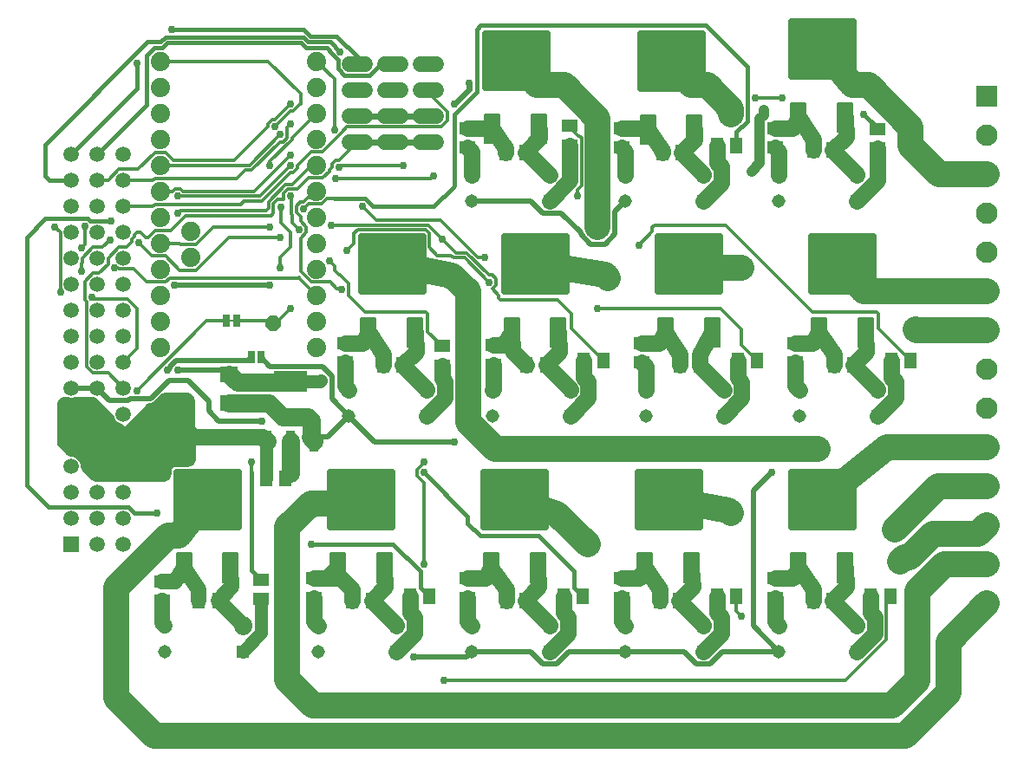
<source format=gbr>
G04 EAGLE Gerber RS-274X export*
G75*
%MOMM*%
%FSLAX34Y34*%
%LPD*%
%INTop Copper*%
%IPPOS*%
%AMOC8*
5,1,8,0,0,1.08239X$1,22.5*%
G01*
%ADD10R,1.508000X1.508000*%
%ADD11C,1.508000*%
%ADD12R,1.308000X1.308000*%
%ADD13C,1.308000*%
%ADD14R,1.500000X1.300000*%
%ADD15R,1.300000X1.500000*%
%ADD16R,0.950000X2.150000*%
%ADD17R,3.250000X2.150000*%
%ADD18R,1.800000X1.600000*%
%ADD19C,0.600000*%
%ADD20C,0.160000*%
%ADD21R,2.100000X2.100000*%
%ADD22C,2.100000*%
%ADD23P,1.649562X8X22.500000*%
%ADD24C,0.203200*%
%ADD25R,0.635000X1.270000*%
%ADD26C,1.524000*%
%ADD27C,1.879600*%
%ADD28C,1.500000*%
%ADD29C,1.800000*%
%ADD30C,1.270000*%
%ADD31C,1.600000*%
%ADD32C,0.756400*%
%ADD33C,1.016000*%
%ADD34C,0.609600*%
%ADD35C,0.508000*%
%ADD36C,0.304800*%
%ADD37C,0.406400*%
%ADD38C,2.540000*%
%ADD39C,0.254000*%

G36*
X145824Y271007D02*
X145824Y271007D01*
X145942Y271004D01*
X146223Y271027D01*
X146505Y271041D01*
X146621Y271058D01*
X146739Y271068D01*
X147016Y271118D01*
X147295Y271160D01*
X147410Y271189D01*
X147526Y271210D01*
X147797Y271288D01*
X148070Y271358D01*
X148181Y271399D01*
X148294Y271431D01*
X148556Y271536D01*
X148822Y271632D01*
X148928Y271684D01*
X149037Y271727D01*
X149288Y271858D01*
X149542Y271980D01*
X149642Y272042D01*
X149747Y272096D01*
X149983Y272251D01*
X150223Y272398D01*
X150317Y272470D01*
X150416Y272534D01*
X150635Y272712D01*
X150860Y272882D01*
X150946Y272963D01*
X151038Y273037D01*
X151239Y273235D01*
X151445Y273428D01*
X151523Y273516D01*
X151607Y273599D01*
X151786Y273816D01*
X151973Y274028D01*
X152041Y274125D01*
X152116Y274215D01*
X152274Y274449D01*
X152438Y274679D01*
X152496Y274781D01*
X152562Y274879D01*
X152695Y275128D01*
X152836Y275373D01*
X152884Y275480D01*
X152939Y275584D01*
X153047Y275845D01*
X153162Y276103D01*
X153199Y276214D01*
X153244Y276324D01*
X153325Y276594D01*
X153414Y276862D01*
X153440Y276977D01*
X153474Y277090D01*
X153527Y277367D01*
X153589Y277642D01*
X153603Y277759D01*
X153626Y277875D01*
X153637Y278041D01*
X153685Y278436D01*
X153694Y278834D01*
X153705Y279000D01*
X153705Y281950D01*
X154394Y283613D01*
X155667Y284886D01*
X157330Y285575D01*
X169711Y285575D01*
X169908Y285585D01*
X170105Y285584D01*
X170307Y285605D01*
X170510Y285615D01*
X170704Y285644D01*
X170901Y285664D01*
X171100Y285704D01*
X171300Y285734D01*
X171491Y285783D01*
X171685Y285822D01*
X171878Y285882D01*
X172075Y285932D01*
X172260Y286000D01*
X172449Y286058D01*
X172636Y286137D01*
X172826Y286206D01*
X173004Y286292D01*
X173186Y286369D01*
X173364Y286466D01*
X173546Y286554D01*
X173714Y286657D01*
X173888Y286752D01*
X174055Y286866D01*
X174228Y286972D01*
X174385Y287092D01*
X174548Y287203D01*
X174703Y287334D01*
X174865Y287456D01*
X175009Y287591D01*
X175160Y287718D01*
X175301Y287863D01*
X175450Y288002D01*
X175580Y288150D01*
X175717Y288291D01*
X175844Y288450D01*
X175978Y288602D01*
X176092Y288763D01*
X176215Y288917D01*
X176325Y289088D01*
X176443Y289253D01*
X176541Y289424D01*
X176647Y289590D01*
X176740Y289771D01*
X176840Y289947D01*
X176921Y290127D01*
X177011Y290302D01*
X177084Y290492D01*
X177167Y290677D01*
X177229Y290864D01*
X177301Y291048D01*
X177355Y291243D01*
X177419Y291436D01*
X177462Y291628D01*
X177515Y291818D01*
X177550Y292018D01*
X177594Y292216D01*
X177618Y292412D01*
X177651Y292606D01*
X177659Y292749D01*
X177690Y293010D01*
X177703Y293617D01*
X177709Y293733D01*
X176589Y350159D01*
X176587Y350197D01*
X176587Y350236D01*
X176559Y350595D01*
X176533Y350956D01*
X176527Y350994D01*
X176524Y351033D01*
X176459Y351388D01*
X176398Y351745D01*
X176388Y351782D01*
X176381Y351820D01*
X176281Y352167D01*
X176185Y352515D01*
X176171Y352551D01*
X176161Y352588D01*
X176027Y352924D01*
X175896Y353261D01*
X175879Y353295D01*
X175864Y353331D01*
X175697Y353653D01*
X175534Y353974D01*
X175513Y354006D01*
X175495Y354041D01*
X175297Y354344D01*
X175102Y354647D01*
X175079Y354677D01*
X175057Y354710D01*
X174830Y354991D01*
X174606Y355274D01*
X174579Y355302D01*
X174555Y355332D01*
X174301Y355589D01*
X174049Y355848D01*
X174020Y355873D01*
X173993Y355901D01*
X173714Y356131D01*
X173438Y356364D01*
X173406Y356386D01*
X173376Y356410D01*
X173075Y356613D01*
X172778Y356816D01*
X172745Y356835D01*
X172713Y356856D01*
X172393Y357027D01*
X172077Y357200D01*
X172041Y357215D01*
X172007Y357233D01*
X171672Y357372D01*
X171340Y357512D01*
X171304Y357523D01*
X171268Y357538D01*
X170921Y357642D01*
X170577Y357749D01*
X170539Y357757D01*
X170502Y357768D01*
X170147Y357836D01*
X169793Y357909D01*
X169755Y357912D01*
X169717Y357920D01*
X169602Y357928D01*
X168997Y357989D01*
X168734Y357989D01*
X168592Y357999D01*
X148157Y357999D01*
X147980Y357990D01*
X147804Y357991D01*
X147582Y357970D01*
X147358Y357959D01*
X147183Y357933D01*
X147008Y357916D01*
X146788Y357873D01*
X146568Y357840D01*
X146397Y357796D01*
X146223Y357762D01*
X146009Y357697D01*
X145793Y357642D01*
X145627Y357581D01*
X145458Y357530D01*
X145251Y357444D01*
X145041Y357368D01*
X144883Y357291D01*
X144719Y357223D01*
X144522Y357117D01*
X144321Y357020D01*
X144171Y356927D01*
X144015Y356844D01*
X143830Y356719D01*
X143640Y356602D01*
X143499Y356495D01*
X143353Y356396D01*
X143238Y356296D01*
X143003Y356118D01*
X142608Y355749D01*
X142501Y355656D01*
X137821Y350977D01*
X137821Y350976D01*
X135552Y348708D01*
X134054Y348087D01*
X133913Y348080D01*
X133737Y348081D01*
X133515Y348060D01*
X133291Y348049D01*
X133116Y348023D01*
X132941Y348006D01*
X132721Y347963D01*
X132501Y347930D01*
X132330Y347886D01*
X132156Y347852D01*
X131942Y347787D01*
X131726Y347732D01*
X131560Y347671D01*
X131391Y347620D01*
X131184Y347534D01*
X130975Y347458D01*
X130816Y347381D01*
X130652Y347313D01*
X130455Y347207D01*
X130254Y347110D01*
X130104Y347017D01*
X129948Y346934D01*
X129763Y346809D01*
X129573Y346692D01*
X129432Y346585D01*
X129286Y346486D01*
X129171Y346386D01*
X128936Y346208D01*
X128541Y345839D01*
X128434Y345746D01*
X108000Y325313D01*
X106771Y326541D01*
X106619Y326679D01*
X106473Y326825D01*
X106322Y326948D01*
X106178Y327078D01*
X106013Y327200D01*
X105853Y327330D01*
X105691Y327437D01*
X105535Y327552D01*
X105357Y327658D01*
X105185Y327771D01*
X105062Y327833D01*
X104847Y327960D01*
X104263Y328232D01*
X104176Y328275D01*
X101665Y329315D01*
X99115Y331865D01*
X98075Y334376D01*
X97987Y334562D01*
X97908Y334753D01*
X97816Y334924D01*
X97733Y335099D01*
X97626Y335275D01*
X97528Y335457D01*
X97420Y335618D01*
X97320Y335784D01*
X97196Y335949D01*
X97081Y336120D01*
X96990Y336224D01*
X96840Y336424D01*
X96405Y336898D01*
X96341Y336971D01*
X81656Y351656D01*
X81525Y351775D01*
X81401Y351901D01*
X81229Y352043D01*
X81063Y352193D01*
X80921Y352298D01*
X80785Y352410D01*
X80600Y352535D01*
X80420Y352667D01*
X80268Y352758D01*
X80121Y352856D01*
X79924Y352962D01*
X79732Y353075D01*
X79572Y353150D01*
X79416Y353233D01*
X79209Y353318D01*
X79007Y353413D01*
X78840Y353471D01*
X78676Y353538D01*
X78462Y353602D01*
X78252Y353676D01*
X78080Y353717D01*
X77910Y353768D01*
X77691Y353810D01*
X77474Y353862D01*
X77299Y353886D01*
X77125Y353920D01*
X76973Y353930D01*
X76681Y353970D01*
X76142Y353989D01*
X76000Y353999D01*
X60997Y353999D01*
X60791Y353989D01*
X60585Y353989D01*
X60392Y353969D01*
X60198Y353959D01*
X59994Y353928D01*
X59789Y353908D01*
X59600Y353869D01*
X59408Y353840D01*
X59208Y353789D01*
X59006Y353747D01*
X58874Y353704D01*
X58633Y353642D01*
X58029Y353421D01*
X57936Y353390D01*
X57803Y353335D01*
X54197Y353335D01*
X54064Y353390D01*
X53870Y353460D01*
X53679Y353538D01*
X53493Y353594D01*
X53311Y353659D01*
X53111Y353709D01*
X52913Y353768D01*
X52723Y353805D01*
X52535Y353851D01*
X52330Y353881D01*
X52128Y353920D01*
X51990Y353930D01*
X51743Y353965D01*
X51100Y353992D01*
X51003Y353999D01*
X50000Y353999D01*
X49882Y353993D01*
X49765Y353996D01*
X49483Y353973D01*
X49201Y353959D01*
X49085Y353942D01*
X48967Y353932D01*
X48690Y353882D01*
X48411Y353840D01*
X48296Y353811D01*
X48180Y353790D01*
X47909Y353712D01*
X47636Y353642D01*
X47525Y353601D01*
X47412Y353569D01*
X47150Y353464D01*
X46885Y353368D01*
X46779Y353316D01*
X46669Y353273D01*
X46418Y353142D01*
X46164Y353020D01*
X46064Y352958D01*
X45959Y352904D01*
X45723Y352749D01*
X45483Y352602D01*
X45389Y352530D01*
X45290Y352466D01*
X45071Y352288D01*
X44846Y352118D01*
X44760Y352037D01*
X44668Y351963D01*
X44467Y351765D01*
X44261Y351572D01*
X44183Y351484D01*
X44099Y351401D01*
X43920Y351184D01*
X43733Y350972D01*
X43665Y350876D01*
X43590Y350785D01*
X43432Y350551D01*
X43268Y350321D01*
X43210Y350219D01*
X43144Y350121D01*
X43011Y349872D01*
X42870Y349627D01*
X42822Y349520D01*
X42767Y349416D01*
X42659Y349155D01*
X42544Y348897D01*
X42507Y348786D01*
X42462Y348676D01*
X42381Y348406D01*
X42292Y348138D01*
X42266Y348023D01*
X42232Y347910D01*
X42179Y347633D01*
X42117Y347358D01*
X42103Y347241D01*
X42080Y347125D01*
X42069Y346959D01*
X42021Y346564D01*
X42012Y346166D01*
X42001Y346000D01*
X42001Y310000D01*
X42010Y309823D01*
X42009Y309647D01*
X42030Y309425D01*
X42041Y309201D01*
X42067Y309026D01*
X42084Y308851D01*
X42127Y308631D01*
X42160Y308411D01*
X42204Y308239D01*
X42238Y308066D01*
X42303Y307852D01*
X42358Y307636D01*
X42419Y307470D01*
X42470Y307301D01*
X42556Y307094D01*
X42632Y306885D01*
X42709Y306726D01*
X42777Y306562D01*
X42883Y306365D01*
X42980Y306164D01*
X43073Y306014D01*
X43156Y305858D01*
X43282Y305673D01*
X43398Y305483D01*
X43505Y305342D01*
X43604Y305196D01*
X43704Y305080D01*
X43882Y304846D01*
X44250Y304451D01*
X44344Y304344D01*
X51080Y297608D01*
X51211Y297489D01*
X51335Y297363D01*
X51507Y297221D01*
X51673Y297071D01*
X51815Y296966D01*
X51951Y296854D01*
X52136Y296729D01*
X52316Y296597D01*
X52468Y296506D01*
X52615Y296408D01*
X52812Y296303D01*
X53004Y296189D01*
X53164Y296114D01*
X53320Y296031D01*
X53527Y295945D01*
X53729Y295851D01*
X53896Y295793D01*
X54060Y295726D01*
X54274Y295662D01*
X54484Y295588D01*
X54656Y295547D01*
X54826Y295496D01*
X55045Y295454D01*
X55262Y295402D01*
X55437Y295378D01*
X55611Y295344D01*
X55763Y295333D01*
X56055Y295294D01*
X56594Y295275D01*
X56736Y295265D01*
X57803Y295265D01*
X61135Y293885D01*
X63685Y291335D01*
X65065Y288003D01*
X65065Y286936D01*
X65070Y286837D01*
X65068Y286764D01*
X65073Y286701D01*
X65073Y286583D01*
X65094Y286361D01*
X65105Y286137D01*
X65131Y285963D01*
X65148Y285787D01*
X65191Y285568D01*
X65224Y285347D01*
X65268Y285175D01*
X65302Y285002D01*
X65367Y284788D01*
X65422Y284572D01*
X65483Y284406D01*
X65534Y284237D01*
X65620Y284030D01*
X65696Y283821D01*
X65773Y283661D01*
X65841Y283498D01*
X65947Y283302D01*
X66044Y283100D01*
X66137Y282950D01*
X66220Y282794D01*
X66345Y282609D01*
X66462Y282419D01*
X66569Y282278D01*
X66668Y282132D01*
X66768Y282017D01*
X66946Y281782D01*
X67314Y281387D01*
X67408Y281280D01*
X75344Y273344D01*
X75475Y273225D01*
X75599Y273099D01*
X75771Y272957D01*
X75937Y272807D01*
X76079Y272702D01*
X76215Y272590D01*
X76400Y272465D01*
X76580Y272333D01*
X76733Y272242D01*
X76879Y272144D01*
X77076Y272039D01*
X77268Y271925D01*
X77429Y271850D01*
X77584Y271767D01*
X77791Y271682D01*
X77993Y271587D01*
X78160Y271529D01*
X78324Y271462D01*
X78538Y271398D01*
X78749Y271324D01*
X78920Y271283D01*
X79090Y271232D01*
X79309Y271190D01*
X79526Y271138D01*
X79701Y271114D01*
X79875Y271080D01*
X80027Y271070D01*
X80319Y271030D01*
X80858Y271011D01*
X81000Y271001D01*
X145706Y271001D01*
X145824Y271007D01*
G37*
D10*
X56000Y210000D03*
D11*
X56000Y235400D03*
X56000Y260800D03*
X56000Y286200D03*
X56000Y311600D03*
X56000Y337000D03*
X56000Y362400D03*
X56000Y387800D03*
X56000Y413200D03*
X56000Y438600D03*
X56000Y464000D03*
X56000Y489400D03*
X56000Y514800D03*
X56000Y540200D03*
X56000Y565600D03*
X56000Y591000D03*
X81400Y210000D03*
X81400Y235400D03*
X81400Y260800D03*
X81400Y286200D03*
X81400Y311600D03*
X81400Y337000D03*
X81400Y362400D03*
X81400Y387800D03*
X81400Y413200D03*
X81400Y438600D03*
X81400Y464000D03*
X81400Y489400D03*
X81400Y514800D03*
X81400Y540200D03*
X81400Y565600D03*
X81400Y591000D03*
X106800Y210000D03*
X106800Y235400D03*
X106800Y260800D03*
X106800Y286200D03*
X106800Y311600D03*
X106800Y337000D03*
X106800Y362400D03*
X106800Y387800D03*
X106800Y413200D03*
X106800Y438600D03*
X106800Y464000D03*
X106800Y489400D03*
X106800Y514800D03*
X106800Y540200D03*
X106800Y565600D03*
X106800Y591000D03*
D12*
X223100Y105300D03*
D13*
X146900Y105300D03*
X223100Y130700D03*
X146900Y130700D03*
D14*
X145000Y154500D03*
X145000Y173500D03*
D15*
X199500Y155000D03*
X180500Y155000D03*
D14*
X241000Y175500D03*
X241000Y156500D03*
D16*
X247000Y311000D03*
X270000Y311000D03*
X293000Y311000D03*
D17*
X270000Y369000D03*
D18*
X210000Y348000D03*
X210000Y376000D03*
D15*
X245900Y274300D03*
X264900Y274300D03*
D19*
X219230Y227050D02*
X158230Y227050D01*
X158230Y281050D01*
X219230Y281050D01*
X219230Y227050D01*
X219230Y232750D02*
X158230Y232750D01*
X158230Y238450D02*
X219230Y238450D01*
X219230Y244150D02*
X158230Y244150D01*
X158230Y249850D02*
X219230Y249850D01*
X219230Y255550D02*
X158230Y255550D01*
X158230Y261250D02*
X219230Y261250D01*
X219230Y266950D02*
X158230Y266950D01*
X158230Y272650D02*
X219230Y272650D01*
X219230Y278350D02*
X158230Y278350D01*
D20*
X158730Y172850D02*
X173130Y172850D01*
X158730Y172850D02*
X158730Y201250D01*
X173130Y201250D01*
X173130Y172850D01*
X173130Y174370D02*
X158730Y174370D01*
X158730Y175890D02*
X173130Y175890D01*
X173130Y177410D02*
X158730Y177410D01*
X158730Y178930D02*
X173130Y178930D01*
X173130Y180450D02*
X158730Y180450D01*
X158730Y181970D02*
X173130Y181970D01*
X173130Y183490D02*
X158730Y183490D01*
X158730Y185010D02*
X173130Y185010D01*
X173130Y186530D02*
X158730Y186530D01*
X158730Y188050D02*
X173130Y188050D01*
X173130Y189570D02*
X158730Y189570D01*
X158730Y191090D02*
X173130Y191090D01*
X173130Y192610D02*
X158730Y192610D01*
X158730Y194130D02*
X173130Y194130D01*
X173130Y195650D02*
X158730Y195650D01*
X158730Y197170D02*
X173130Y197170D01*
X173130Y198690D02*
X158730Y198690D01*
X158730Y200210D02*
X173130Y200210D01*
X204330Y172850D02*
X218730Y172850D01*
X204330Y172850D02*
X204330Y201250D01*
X218730Y201250D01*
X218730Y172850D01*
X218730Y174370D02*
X204330Y174370D01*
X204330Y175890D02*
X218730Y175890D01*
X218730Y177410D02*
X204330Y177410D01*
X204330Y178930D02*
X218730Y178930D01*
X218730Y180450D02*
X204330Y180450D01*
X204330Y181970D02*
X218730Y181970D01*
X218730Y183490D02*
X204330Y183490D01*
X204330Y185010D02*
X218730Y185010D01*
X218730Y186530D02*
X204330Y186530D01*
X204330Y188050D02*
X218730Y188050D01*
X218730Y189570D02*
X204330Y189570D01*
X204330Y191090D02*
X218730Y191090D01*
X218730Y192610D02*
X204330Y192610D01*
X204330Y194130D02*
X218730Y194130D01*
X218730Y195650D02*
X204330Y195650D01*
X204330Y197170D02*
X218730Y197170D01*
X218730Y198690D02*
X204330Y198690D01*
X204330Y200210D02*
X218730Y200210D01*
D21*
X950000Y647650D03*
D22*
X950000Y609550D03*
X950000Y571450D03*
X950000Y533350D03*
X950000Y495250D03*
X950000Y457150D03*
X950000Y419050D03*
X950000Y380950D03*
X950000Y342850D03*
X950000Y304750D03*
X950000Y266650D03*
X950000Y228550D03*
X950000Y190450D03*
X950000Y152350D03*
D12*
X373100Y105300D03*
D13*
X296900Y105300D03*
X373100Y130700D03*
X296900Y130700D03*
D14*
X293000Y157500D03*
X293000Y176500D03*
D15*
X349500Y155000D03*
X330500Y155000D03*
X405500Y159000D03*
X386500Y159000D03*
D19*
X369230Y227050D02*
X308230Y227050D01*
X308230Y281050D01*
X369230Y281050D01*
X369230Y227050D01*
X369230Y232750D02*
X308230Y232750D01*
X308230Y238450D02*
X369230Y238450D01*
X369230Y244150D02*
X308230Y244150D01*
X308230Y249850D02*
X369230Y249850D01*
X369230Y255550D02*
X308230Y255550D01*
X308230Y261250D02*
X369230Y261250D01*
X369230Y266950D02*
X308230Y266950D01*
X308230Y272650D02*
X369230Y272650D01*
X369230Y278350D02*
X308230Y278350D01*
D20*
X308730Y172850D02*
X323130Y172850D01*
X308730Y172850D02*
X308730Y201250D01*
X323130Y201250D01*
X323130Y172850D01*
X323130Y174370D02*
X308730Y174370D01*
X308730Y175890D02*
X323130Y175890D01*
X323130Y177410D02*
X308730Y177410D01*
X308730Y178930D02*
X323130Y178930D01*
X323130Y180450D02*
X308730Y180450D01*
X308730Y181970D02*
X323130Y181970D01*
X323130Y183490D02*
X308730Y183490D01*
X308730Y185010D02*
X323130Y185010D01*
X323130Y186530D02*
X308730Y186530D01*
X308730Y188050D02*
X323130Y188050D01*
X323130Y189570D02*
X308730Y189570D01*
X308730Y191090D02*
X323130Y191090D01*
X323130Y192610D02*
X308730Y192610D01*
X308730Y194130D02*
X323130Y194130D01*
X323130Y195650D02*
X308730Y195650D01*
X308730Y197170D02*
X323130Y197170D01*
X323130Y198690D02*
X308730Y198690D01*
X308730Y200210D02*
X323130Y200210D01*
X354330Y172850D02*
X368730Y172850D01*
X354330Y172850D02*
X354330Y201250D01*
X368730Y201250D01*
X368730Y172850D01*
X368730Y174370D02*
X354330Y174370D01*
X354330Y175890D02*
X368730Y175890D01*
X368730Y177410D02*
X354330Y177410D01*
X354330Y178930D02*
X368730Y178930D01*
X368730Y180450D02*
X354330Y180450D01*
X354330Y181970D02*
X368730Y181970D01*
X368730Y183490D02*
X354330Y183490D01*
X354330Y185010D02*
X368730Y185010D01*
X368730Y186530D02*
X354330Y186530D01*
X354330Y188050D02*
X368730Y188050D01*
X368730Y189570D02*
X354330Y189570D01*
X354330Y191090D02*
X368730Y191090D01*
X368730Y192610D02*
X354330Y192610D01*
X354330Y194130D02*
X368730Y194130D01*
X368730Y195650D02*
X354330Y195650D01*
X354330Y197170D02*
X368730Y197170D01*
X368730Y198690D02*
X354330Y198690D01*
X354330Y200210D02*
X368730Y200210D01*
D12*
X523100Y105300D03*
D13*
X446900Y105300D03*
X523100Y130700D03*
X446900Y130700D03*
D14*
X443000Y157500D03*
X443000Y176500D03*
D15*
X499500Y155000D03*
X480500Y155000D03*
X555500Y159000D03*
X536500Y159000D03*
D19*
X519230Y227050D02*
X458230Y227050D01*
X458230Y281050D01*
X519230Y281050D01*
X519230Y227050D01*
X519230Y232750D02*
X458230Y232750D01*
X458230Y238450D02*
X519230Y238450D01*
X519230Y244150D02*
X458230Y244150D01*
X458230Y249850D02*
X519230Y249850D01*
X519230Y255550D02*
X458230Y255550D01*
X458230Y261250D02*
X519230Y261250D01*
X519230Y266950D02*
X458230Y266950D01*
X458230Y272650D02*
X519230Y272650D01*
X519230Y278350D02*
X458230Y278350D01*
D20*
X458730Y172850D02*
X473130Y172850D01*
X458730Y172850D02*
X458730Y201250D01*
X473130Y201250D01*
X473130Y172850D01*
X473130Y174370D02*
X458730Y174370D01*
X458730Y175890D02*
X473130Y175890D01*
X473130Y177410D02*
X458730Y177410D01*
X458730Y178930D02*
X473130Y178930D01*
X473130Y180450D02*
X458730Y180450D01*
X458730Y181970D02*
X473130Y181970D01*
X473130Y183490D02*
X458730Y183490D01*
X458730Y185010D02*
X473130Y185010D01*
X473130Y186530D02*
X458730Y186530D01*
X458730Y188050D02*
X473130Y188050D01*
X473130Y189570D02*
X458730Y189570D01*
X458730Y191090D02*
X473130Y191090D01*
X473130Y192610D02*
X458730Y192610D01*
X458730Y194130D02*
X473130Y194130D01*
X473130Y195650D02*
X458730Y195650D01*
X458730Y197170D02*
X473130Y197170D01*
X473130Y198690D02*
X458730Y198690D01*
X458730Y200210D02*
X473130Y200210D01*
X504330Y172850D02*
X518730Y172850D01*
X504330Y172850D02*
X504330Y201250D01*
X518730Y201250D01*
X518730Y172850D01*
X518730Y174370D02*
X504330Y174370D01*
X504330Y175890D02*
X518730Y175890D01*
X518730Y177410D02*
X504330Y177410D01*
X504330Y178930D02*
X518730Y178930D01*
X518730Y180450D02*
X504330Y180450D01*
X504330Y181970D02*
X518730Y181970D01*
X518730Y183490D02*
X504330Y183490D01*
X504330Y185010D02*
X518730Y185010D01*
X518730Y186530D02*
X504330Y186530D01*
X504330Y188050D02*
X518730Y188050D01*
X518730Y189570D02*
X504330Y189570D01*
X504330Y191090D02*
X518730Y191090D01*
X518730Y192610D02*
X504330Y192610D01*
X504330Y194130D02*
X518730Y194130D01*
X518730Y195650D02*
X504330Y195650D01*
X504330Y197170D02*
X518730Y197170D01*
X518730Y198690D02*
X504330Y198690D01*
X504330Y200210D02*
X518730Y200210D01*
D12*
X673100Y105300D03*
D13*
X596900Y105300D03*
X673100Y130700D03*
X596900Y130700D03*
D14*
X593000Y157500D03*
X593000Y176500D03*
D15*
X649500Y155000D03*
X630500Y155000D03*
X705500Y159000D03*
X686500Y159000D03*
D19*
X669230Y227050D02*
X608230Y227050D01*
X608230Y281050D01*
X669230Y281050D01*
X669230Y227050D01*
X669230Y232750D02*
X608230Y232750D01*
X608230Y238450D02*
X669230Y238450D01*
X669230Y244150D02*
X608230Y244150D01*
X608230Y249850D02*
X669230Y249850D01*
X669230Y255550D02*
X608230Y255550D01*
X608230Y261250D02*
X669230Y261250D01*
X669230Y266950D02*
X608230Y266950D01*
X608230Y272650D02*
X669230Y272650D01*
X669230Y278350D02*
X608230Y278350D01*
D20*
X608730Y172850D02*
X623130Y172850D01*
X608730Y172850D02*
X608730Y201250D01*
X623130Y201250D01*
X623130Y172850D01*
X623130Y174370D02*
X608730Y174370D01*
X608730Y175890D02*
X623130Y175890D01*
X623130Y177410D02*
X608730Y177410D01*
X608730Y178930D02*
X623130Y178930D01*
X623130Y180450D02*
X608730Y180450D01*
X608730Y181970D02*
X623130Y181970D01*
X623130Y183490D02*
X608730Y183490D01*
X608730Y185010D02*
X623130Y185010D01*
X623130Y186530D02*
X608730Y186530D01*
X608730Y188050D02*
X623130Y188050D01*
X623130Y189570D02*
X608730Y189570D01*
X608730Y191090D02*
X623130Y191090D01*
X623130Y192610D02*
X608730Y192610D01*
X608730Y194130D02*
X623130Y194130D01*
X623130Y195650D02*
X608730Y195650D01*
X608730Y197170D02*
X623130Y197170D01*
X623130Y198690D02*
X608730Y198690D01*
X608730Y200210D02*
X623130Y200210D01*
X654330Y172850D02*
X668730Y172850D01*
X654330Y172850D02*
X654330Y201250D01*
X668730Y201250D01*
X668730Y172850D01*
X668730Y174370D02*
X654330Y174370D01*
X654330Y175890D02*
X668730Y175890D01*
X668730Y177410D02*
X654330Y177410D01*
X654330Y178930D02*
X668730Y178930D01*
X668730Y180450D02*
X654330Y180450D01*
X654330Y181970D02*
X668730Y181970D01*
X668730Y183490D02*
X654330Y183490D01*
X654330Y185010D02*
X668730Y185010D01*
X668730Y186530D02*
X654330Y186530D01*
X654330Y188050D02*
X668730Y188050D01*
X668730Y189570D02*
X654330Y189570D01*
X654330Y191090D02*
X668730Y191090D01*
X668730Y192610D02*
X654330Y192610D01*
X654330Y194130D02*
X668730Y194130D01*
X668730Y195650D02*
X654330Y195650D01*
X654330Y197170D02*
X668730Y197170D01*
X668730Y198690D02*
X654330Y198690D01*
X654330Y200210D02*
X668730Y200210D01*
D12*
X823100Y105300D03*
D13*
X746900Y105300D03*
X823100Y130700D03*
X746900Y130700D03*
D14*
X743000Y157500D03*
X743000Y176500D03*
D15*
X799500Y155000D03*
X780500Y155000D03*
X855500Y159000D03*
X836500Y159000D03*
D19*
X819230Y227050D02*
X758230Y227050D01*
X758230Y281050D01*
X819230Y281050D01*
X819230Y227050D01*
X819230Y232750D02*
X758230Y232750D01*
X758230Y238450D02*
X819230Y238450D01*
X819230Y244150D02*
X758230Y244150D01*
X758230Y249850D02*
X819230Y249850D01*
X819230Y255550D02*
X758230Y255550D01*
X758230Y261250D02*
X819230Y261250D01*
X819230Y266950D02*
X758230Y266950D01*
X758230Y272650D02*
X819230Y272650D01*
X819230Y278350D02*
X758230Y278350D01*
D20*
X758730Y172850D02*
X773130Y172850D01*
X758730Y172850D02*
X758730Y201250D01*
X773130Y201250D01*
X773130Y172850D01*
X773130Y174370D02*
X758730Y174370D01*
X758730Y175890D02*
X773130Y175890D01*
X773130Y177410D02*
X758730Y177410D01*
X758730Y178930D02*
X773130Y178930D01*
X773130Y180450D02*
X758730Y180450D01*
X758730Y181970D02*
X773130Y181970D01*
X773130Y183490D02*
X758730Y183490D01*
X758730Y185010D02*
X773130Y185010D01*
X773130Y186530D02*
X758730Y186530D01*
X758730Y188050D02*
X773130Y188050D01*
X773130Y189570D02*
X758730Y189570D01*
X758730Y191090D02*
X773130Y191090D01*
X773130Y192610D02*
X758730Y192610D01*
X758730Y194130D02*
X773130Y194130D01*
X773130Y195650D02*
X758730Y195650D01*
X758730Y197170D02*
X773130Y197170D01*
X773130Y198690D02*
X758730Y198690D01*
X758730Y200210D02*
X773130Y200210D01*
X804330Y172850D02*
X818730Y172850D01*
X804330Y172850D02*
X804330Y201250D01*
X818730Y201250D01*
X818730Y172850D01*
X818730Y174370D02*
X804330Y174370D01*
X804330Y175890D02*
X818730Y175890D01*
X818730Y177410D02*
X804330Y177410D01*
X804330Y178930D02*
X818730Y178930D01*
X818730Y180450D02*
X804330Y180450D01*
X804330Y181970D02*
X818730Y181970D01*
X818730Y183490D02*
X804330Y183490D01*
X804330Y185010D02*
X818730Y185010D01*
X818730Y186530D02*
X804330Y186530D01*
X804330Y188050D02*
X818730Y188050D01*
X818730Y189570D02*
X804330Y189570D01*
X804330Y191090D02*
X818730Y191090D01*
X818730Y192610D02*
X804330Y192610D01*
X804330Y194130D02*
X818730Y194130D01*
X818730Y195650D02*
X804330Y195650D01*
X804330Y197170D02*
X818730Y197170D01*
X818730Y198690D02*
X804330Y198690D01*
X804330Y200210D02*
X818730Y200210D01*
D12*
X403100Y335300D03*
D13*
X326900Y335300D03*
X403100Y360700D03*
X326900Y360700D03*
D14*
X323000Y387500D03*
X323000Y406500D03*
D15*
X379500Y385000D03*
X360500Y385000D03*
D14*
X418000Y403500D03*
X418000Y384500D03*
D19*
X399230Y457050D02*
X338230Y457050D01*
X338230Y511050D01*
X399230Y511050D01*
X399230Y457050D01*
X399230Y462750D02*
X338230Y462750D01*
X338230Y468450D02*
X399230Y468450D01*
X399230Y474150D02*
X338230Y474150D01*
X338230Y479850D02*
X399230Y479850D01*
X399230Y485550D02*
X338230Y485550D01*
X338230Y491250D02*
X399230Y491250D01*
X399230Y496950D02*
X338230Y496950D01*
X338230Y502650D02*
X399230Y502650D01*
X399230Y508350D02*
X338230Y508350D01*
D20*
X338730Y402850D02*
X353130Y402850D01*
X338730Y402850D02*
X338730Y431250D01*
X353130Y431250D01*
X353130Y402850D01*
X353130Y404370D02*
X338730Y404370D01*
X338730Y405890D02*
X353130Y405890D01*
X353130Y407410D02*
X338730Y407410D01*
X338730Y408930D02*
X353130Y408930D01*
X353130Y410450D02*
X338730Y410450D01*
X338730Y411970D02*
X353130Y411970D01*
X353130Y413490D02*
X338730Y413490D01*
X338730Y415010D02*
X353130Y415010D01*
X353130Y416530D02*
X338730Y416530D01*
X338730Y418050D02*
X353130Y418050D01*
X353130Y419570D02*
X338730Y419570D01*
X338730Y421090D02*
X353130Y421090D01*
X353130Y422610D02*
X338730Y422610D01*
X338730Y424130D02*
X353130Y424130D01*
X353130Y425650D02*
X338730Y425650D01*
X338730Y427170D02*
X353130Y427170D01*
X353130Y428690D02*
X338730Y428690D01*
X338730Y430210D02*
X353130Y430210D01*
X384330Y402850D02*
X398730Y402850D01*
X384330Y402850D02*
X384330Y431250D01*
X398730Y431250D01*
X398730Y402850D01*
X398730Y404370D02*
X384330Y404370D01*
X384330Y405890D02*
X398730Y405890D01*
X398730Y407410D02*
X384330Y407410D01*
X384330Y408930D02*
X398730Y408930D01*
X398730Y410450D02*
X384330Y410450D01*
X384330Y411970D02*
X398730Y411970D01*
X398730Y413490D02*
X384330Y413490D01*
X384330Y415010D02*
X398730Y415010D01*
X398730Y416530D02*
X384330Y416530D01*
X384330Y418050D02*
X398730Y418050D01*
X398730Y419570D02*
X384330Y419570D01*
X384330Y421090D02*
X398730Y421090D01*
X398730Y422610D02*
X384330Y422610D01*
X384330Y424130D02*
X398730Y424130D01*
X398730Y425650D02*
X384330Y425650D01*
X384330Y427170D02*
X398730Y427170D01*
X398730Y428690D02*
X384330Y428690D01*
X384330Y430210D02*
X398730Y430210D01*
D12*
X543100Y335300D03*
D13*
X466900Y335300D03*
X543100Y360700D03*
X466900Y360700D03*
D14*
X468000Y385500D03*
X468000Y404500D03*
D15*
X519500Y385000D03*
X500500Y385000D03*
X575500Y389000D03*
X556500Y389000D03*
D19*
X539230Y457050D02*
X478230Y457050D01*
X478230Y511050D01*
X539230Y511050D01*
X539230Y457050D01*
X539230Y462750D02*
X478230Y462750D01*
X478230Y468450D02*
X539230Y468450D01*
X539230Y474150D02*
X478230Y474150D01*
X478230Y479850D02*
X539230Y479850D01*
X539230Y485550D02*
X478230Y485550D01*
X478230Y491250D02*
X539230Y491250D01*
X539230Y496950D02*
X478230Y496950D01*
X478230Y502650D02*
X539230Y502650D01*
X539230Y508350D02*
X478230Y508350D01*
D20*
X478730Y402850D02*
X493130Y402850D01*
X478730Y402850D02*
X478730Y431250D01*
X493130Y431250D01*
X493130Y402850D01*
X493130Y404370D02*
X478730Y404370D01*
X478730Y405890D02*
X493130Y405890D01*
X493130Y407410D02*
X478730Y407410D01*
X478730Y408930D02*
X493130Y408930D01*
X493130Y410450D02*
X478730Y410450D01*
X478730Y411970D02*
X493130Y411970D01*
X493130Y413490D02*
X478730Y413490D01*
X478730Y415010D02*
X493130Y415010D01*
X493130Y416530D02*
X478730Y416530D01*
X478730Y418050D02*
X493130Y418050D01*
X493130Y419570D02*
X478730Y419570D01*
X478730Y421090D02*
X493130Y421090D01*
X493130Y422610D02*
X478730Y422610D01*
X478730Y424130D02*
X493130Y424130D01*
X493130Y425650D02*
X478730Y425650D01*
X478730Y427170D02*
X493130Y427170D01*
X493130Y428690D02*
X478730Y428690D01*
X478730Y430210D02*
X493130Y430210D01*
X524330Y402850D02*
X538730Y402850D01*
X524330Y402850D02*
X524330Y431250D01*
X538730Y431250D01*
X538730Y402850D01*
X538730Y404370D02*
X524330Y404370D01*
X524330Y405890D02*
X538730Y405890D01*
X538730Y407410D02*
X524330Y407410D01*
X524330Y408930D02*
X538730Y408930D01*
X538730Y410450D02*
X524330Y410450D01*
X524330Y411970D02*
X538730Y411970D01*
X538730Y413490D02*
X524330Y413490D01*
X524330Y415010D02*
X538730Y415010D01*
X538730Y416530D02*
X524330Y416530D01*
X524330Y418050D02*
X538730Y418050D01*
X538730Y419570D02*
X524330Y419570D01*
X524330Y421090D02*
X538730Y421090D01*
X538730Y422610D02*
X524330Y422610D01*
X524330Y424130D02*
X538730Y424130D01*
X538730Y425650D02*
X524330Y425650D01*
X524330Y427170D02*
X538730Y427170D01*
X538730Y428690D02*
X524330Y428690D01*
X524330Y430210D02*
X538730Y430210D01*
D12*
X693100Y335300D03*
D13*
X616900Y335300D03*
X693100Y360700D03*
X616900Y360700D03*
D14*
X613000Y387500D03*
X613000Y406500D03*
D15*
X669500Y385000D03*
X650500Y385000D03*
X725500Y389000D03*
X706500Y389000D03*
D19*
X689230Y457050D02*
X628230Y457050D01*
X628230Y511050D01*
X689230Y511050D01*
X689230Y457050D01*
X689230Y462750D02*
X628230Y462750D01*
X628230Y468450D02*
X689230Y468450D01*
X689230Y474150D02*
X628230Y474150D01*
X628230Y479850D02*
X689230Y479850D01*
X689230Y485550D02*
X628230Y485550D01*
X628230Y491250D02*
X689230Y491250D01*
X689230Y496950D02*
X628230Y496950D01*
X628230Y502650D02*
X689230Y502650D01*
X689230Y508350D02*
X628230Y508350D01*
D20*
X628730Y402850D02*
X643130Y402850D01*
X628730Y402850D02*
X628730Y431250D01*
X643130Y431250D01*
X643130Y402850D01*
X643130Y404370D02*
X628730Y404370D01*
X628730Y405890D02*
X643130Y405890D01*
X643130Y407410D02*
X628730Y407410D01*
X628730Y408930D02*
X643130Y408930D01*
X643130Y410450D02*
X628730Y410450D01*
X628730Y411970D02*
X643130Y411970D01*
X643130Y413490D02*
X628730Y413490D01*
X628730Y415010D02*
X643130Y415010D01*
X643130Y416530D02*
X628730Y416530D01*
X628730Y418050D02*
X643130Y418050D01*
X643130Y419570D02*
X628730Y419570D01*
X628730Y421090D02*
X643130Y421090D01*
X643130Y422610D02*
X628730Y422610D01*
X628730Y424130D02*
X643130Y424130D01*
X643130Y425650D02*
X628730Y425650D01*
X628730Y427170D02*
X643130Y427170D01*
X643130Y428690D02*
X628730Y428690D01*
X628730Y430210D02*
X643130Y430210D01*
X674330Y402850D02*
X688730Y402850D01*
X674330Y402850D02*
X674330Y431250D01*
X688730Y431250D01*
X688730Y402850D01*
X688730Y404370D02*
X674330Y404370D01*
X674330Y405890D02*
X688730Y405890D01*
X688730Y407410D02*
X674330Y407410D01*
X674330Y408930D02*
X688730Y408930D01*
X688730Y410450D02*
X674330Y410450D01*
X674330Y411970D02*
X688730Y411970D01*
X688730Y413490D02*
X674330Y413490D01*
X674330Y415010D02*
X688730Y415010D01*
X688730Y416530D02*
X674330Y416530D01*
X674330Y418050D02*
X688730Y418050D01*
X688730Y419570D02*
X674330Y419570D01*
X674330Y421090D02*
X688730Y421090D01*
X688730Y422610D02*
X674330Y422610D01*
X674330Y424130D02*
X688730Y424130D01*
X688730Y425650D02*
X674330Y425650D01*
X674330Y427170D02*
X688730Y427170D01*
X688730Y428690D02*
X674330Y428690D01*
X674330Y430210D02*
X688730Y430210D01*
D12*
X843100Y335300D03*
D13*
X766900Y335300D03*
X843100Y360700D03*
X766900Y360700D03*
D14*
X763000Y387500D03*
X763000Y406500D03*
D15*
X819500Y385000D03*
X800500Y385000D03*
X875500Y389000D03*
X856500Y389000D03*
D19*
X839230Y457050D02*
X778230Y457050D01*
X778230Y511050D01*
X839230Y511050D01*
X839230Y457050D01*
X839230Y462750D02*
X778230Y462750D01*
X778230Y468450D02*
X839230Y468450D01*
X839230Y474150D02*
X778230Y474150D01*
X778230Y479850D02*
X839230Y479850D01*
X839230Y485550D02*
X778230Y485550D01*
X778230Y491250D02*
X839230Y491250D01*
X839230Y496950D02*
X778230Y496950D01*
X778230Y502650D02*
X839230Y502650D01*
X839230Y508350D02*
X778230Y508350D01*
D20*
X778730Y402850D02*
X793130Y402850D01*
X778730Y402850D02*
X778730Y431250D01*
X793130Y431250D01*
X793130Y402850D01*
X793130Y404370D02*
X778730Y404370D01*
X778730Y405890D02*
X793130Y405890D01*
X793130Y407410D02*
X778730Y407410D01*
X778730Y408930D02*
X793130Y408930D01*
X793130Y410450D02*
X778730Y410450D01*
X778730Y411970D02*
X793130Y411970D01*
X793130Y413490D02*
X778730Y413490D01*
X778730Y415010D02*
X793130Y415010D01*
X793130Y416530D02*
X778730Y416530D01*
X778730Y418050D02*
X793130Y418050D01*
X793130Y419570D02*
X778730Y419570D01*
X778730Y421090D02*
X793130Y421090D01*
X793130Y422610D02*
X778730Y422610D01*
X778730Y424130D02*
X793130Y424130D01*
X793130Y425650D02*
X778730Y425650D01*
X778730Y427170D02*
X793130Y427170D01*
X793130Y428690D02*
X778730Y428690D01*
X778730Y430210D02*
X793130Y430210D01*
X824330Y402850D02*
X838730Y402850D01*
X824330Y402850D02*
X824330Y431250D01*
X838730Y431250D01*
X838730Y402850D01*
X838730Y404370D02*
X824330Y404370D01*
X824330Y405890D02*
X838730Y405890D01*
X838730Y407410D02*
X824330Y407410D01*
X824330Y408930D02*
X838730Y408930D01*
X838730Y410450D02*
X824330Y410450D01*
X824330Y411970D02*
X838730Y411970D01*
X838730Y413490D02*
X824330Y413490D01*
X824330Y415010D02*
X838730Y415010D01*
X838730Y416530D02*
X824330Y416530D01*
X824330Y418050D02*
X838730Y418050D01*
X838730Y419570D02*
X824330Y419570D01*
X824330Y421090D02*
X838730Y421090D01*
X838730Y422610D02*
X824330Y422610D01*
X824330Y424130D02*
X838730Y424130D01*
X838730Y425650D02*
X824330Y425650D01*
X824330Y427170D02*
X838730Y427170D01*
X838730Y428690D02*
X824330Y428690D01*
X824330Y430210D02*
X838730Y430210D01*
D12*
X523100Y545300D03*
D13*
X446900Y545300D03*
X523100Y570700D03*
X446900Y570700D03*
D14*
X443000Y597500D03*
X443000Y616500D03*
D15*
X499200Y592500D03*
X480200Y592500D03*
D14*
X543000Y618500D03*
X543000Y599500D03*
D19*
X520530Y655850D02*
X459530Y655850D01*
X459530Y709850D01*
X520530Y709850D01*
X520530Y655850D01*
X520530Y661550D02*
X459530Y661550D01*
X459530Y667250D02*
X520530Y667250D01*
X520530Y672950D02*
X459530Y672950D01*
X459530Y678650D02*
X520530Y678650D01*
X520530Y684350D02*
X459530Y684350D01*
X459530Y690050D02*
X520530Y690050D01*
X520530Y695750D02*
X459530Y695750D01*
X459530Y701450D02*
X520530Y701450D01*
X520530Y707150D02*
X459530Y707150D01*
D20*
X460030Y601650D02*
X474430Y601650D01*
X460030Y601650D02*
X460030Y630050D01*
X474430Y630050D01*
X474430Y601650D01*
X474430Y603170D02*
X460030Y603170D01*
X460030Y604690D02*
X474430Y604690D01*
X474430Y606210D02*
X460030Y606210D01*
X460030Y607730D02*
X474430Y607730D01*
X474430Y609250D02*
X460030Y609250D01*
X460030Y610770D02*
X474430Y610770D01*
X474430Y612290D02*
X460030Y612290D01*
X460030Y613810D02*
X474430Y613810D01*
X474430Y615330D02*
X460030Y615330D01*
X460030Y616850D02*
X474430Y616850D01*
X474430Y618370D02*
X460030Y618370D01*
X460030Y619890D02*
X474430Y619890D01*
X474430Y621410D02*
X460030Y621410D01*
X460030Y622930D02*
X474430Y622930D01*
X474430Y624450D02*
X460030Y624450D01*
X460030Y625970D02*
X474430Y625970D01*
X474430Y627490D02*
X460030Y627490D01*
X460030Y629010D02*
X474430Y629010D01*
X505630Y601650D02*
X520030Y601650D01*
X505630Y601650D02*
X505630Y630050D01*
X520030Y630050D01*
X520030Y601650D01*
X520030Y603170D02*
X505630Y603170D01*
X505630Y604690D02*
X520030Y604690D01*
X520030Y606210D02*
X505630Y606210D01*
X505630Y607730D02*
X520030Y607730D01*
X520030Y609250D02*
X505630Y609250D01*
X505630Y610770D02*
X520030Y610770D01*
X520030Y612290D02*
X505630Y612290D01*
X505630Y613810D02*
X520030Y613810D01*
X520030Y615330D02*
X505630Y615330D01*
X505630Y616850D02*
X520030Y616850D01*
X520030Y618370D02*
X505630Y618370D01*
X505630Y619890D02*
X520030Y619890D01*
X520030Y621410D02*
X505630Y621410D01*
X505630Y622930D02*
X520030Y622930D01*
X520030Y624450D02*
X505630Y624450D01*
X505630Y625970D02*
X520030Y625970D01*
X520030Y627490D02*
X505630Y627490D01*
X505630Y629010D02*
X520030Y629010D01*
D12*
X673100Y545300D03*
D13*
X596900Y545300D03*
X673100Y570700D03*
X596900Y570700D03*
D14*
X593000Y597500D03*
X593000Y616500D03*
D15*
X651900Y592600D03*
X632900Y592600D03*
X705500Y599000D03*
X686500Y599000D03*
D19*
X672130Y655150D02*
X611130Y655150D01*
X611130Y709150D01*
X672130Y709150D01*
X672130Y655150D01*
X672130Y660850D02*
X611130Y660850D01*
X611130Y666550D02*
X672130Y666550D01*
X672130Y672250D02*
X611130Y672250D01*
X611130Y677950D02*
X672130Y677950D01*
X672130Y683650D02*
X611130Y683650D01*
X611130Y689350D02*
X672130Y689350D01*
X672130Y695050D02*
X611130Y695050D01*
X611130Y700750D02*
X672130Y700750D01*
X672130Y706450D02*
X611130Y706450D01*
D20*
X611630Y600950D02*
X626030Y600950D01*
X611630Y600950D02*
X611630Y629350D01*
X626030Y629350D01*
X626030Y600950D01*
X626030Y602470D02*
X611630Y602470D01*
X611630Y603990D02*
X626030Y603990D01*
X626030Y605510D02*
X611630Y605510D01*
X611630Y607030D02*
X626030Y607030D01*
X626030Y608550D02*
X611630Y608550D01*
X611630Y610070D02*
X626030Y610070D01*
X626030Y611590D02*
X611630Y611590D01*
X611630Y613110D02*
X626030Y613110D01*
X626030Y614630D02*
X611630Y614630D01*
X611630Y616150D02*
X626030Y616150D01*
X626030Y617670D02*
X611630Y617670D01*
X611630Y619190D02*
X626030Y619190D01*
X626030Y620710D02*
X611630Y620710D01*
X611630Y622230D02*
X626030Y622230D01*
X626030Y623750D02*
X611630Y623750D01*
X611630Y625270D02*
X626030Y625270D01*
X626030Y626790D02*
X611630Y626790D01*
X611630Y628310D02*
X626030Y628310D01*
X657230Y600950D02*
X671630Y600950D01*
X657230Y600950D02*
X657230Y629350D01*
X671630Y629350D01*
X671630Y600950D01*
X671630Y602470D02*
X657230Y602470D01*
X657230Y603990D02*
X671630Y603990D01*
X671630Y605510D02*
X657230Y605510D01*
X657230Y607030D02*
X671630Y607030D01*
X671630Y608550D02*
X657230Y608550D01*
X657230Y610070D02*
X671630Y610070D01*
X671630Y611590D02*
X657230Y611590D01*
X657230Y613110D02*
X671630Y613110D01*
X671630Y614630D02*
X657230Y614630D01*
X657230Y616150D02*
X671630Y616150D01*
X671630Y617670D02*
X657230Y617670D01*
X657230Y619190D02*
X671630Y619190D01*
X671630Y620710D02*
X657230Y620710D01*
X657230Y622230D02*
X671630Y622230D01*
X671630Y623750D02*
X657230Y623750D01*
X657230Y625270D02*
X671630Y625270D01*
X671630Y626790D02*
X657230Y626790D01*
X657230Y628310D02*
X671630Y628310D01*
D12*
X823100Y545300D03*
D13*
X746900Y545300D03*
X823100Y570700D03*
X746900Y570700D03*
D14*
X743000Y597500D03*
X743000Y616500D03*
D15*
X799500Y595000D03*
X780500Y595000D03*
D14*
X843000Y615500D03*
X843000Y596500D03*
D19*
X819230Y667050D02*
X758230Y667050D01*
X758230Y721050D01*
X819230Y721050D01*
X819230Y667050D01*
X819230Y672750D02*
X758230Y672750D01*
X758230Y678450D02*
X819230Y678450D01*
X819230Y684150D02*
X758230Y684150D01*
X758230Y689850D02*
X819230Y689850D01*
X819230Y695550D02*
X758230Y695550D01*
X758230Y701250D02*
X819230Y701250D01*
X819230Y706950D02*
X758230Y706950D01*
X758230Y712650D02*
X819230Y712650D01*
X819230Y718350D02*
X758230Y718350D01*
D20*
X758730Y612850D02*
X773130Y612850D01*
X758730Y612850D02*
X758730Y641250D01*
X773130Y641250D01*
X773130Y612850D01*
X773130Y614370D02*
X758730Y614370D01*
X758730Y615890D02*
X773130Y615890D01*
X773130Y617410D02*
X758730Y617410D01*
X758730Y618930D02*
X773130Y618930D01*
X773130Y620450D02*
X758730Y620450D01*
X758730Y621970D02*
X773130Y621970D01*
X773130Y623490D02*
X758730Y623490D01*
X758730Y625010D02*
X773130Y625010D01*
X773130Y626530D02*
X758730Y626530D01*
X758730Y628050D02*
X773130Y628050D01*
X773130Y629570D02*
X758730Y629570D01*
X758730Y631090D02*
X773130Y631090D01*
X773130Y632610D02*
X758730Y632610D01*
X758730Y634130D02*
X773130Y634130D01*
X773130Y635650D02*
X758730Y635650D01*
X758730Y637170D02*
X773130Y637170D01*
X773130Y638690D02*
X758730Y638690D01*
X758730Y640210D02*
X773130Y640210D01*
X804330Y612850D02*
X818730Y612850D01*
X804330Y612850D02*
X804330Y641250D01*
X818730Y641250D01*
X818730Y612850D01*
X818730Y614370D02*
X804330Y614370D01*
X804330Y615890D02*
X818730Y615890D01*
X818730Y617410D02*
X804330Y617410D01*
X804330Y618930D02*
X818730Y618930D01*
X818730Y620450D02*
X804330Y620450D01*
X804330Y621970D02*
X818730Y621970D01*
X818730Y623490D02*
X804330Y623490D01*
X804330Y625010D02*
X818730Y625010D01*
X818730Y626530D02*
X804330Y626530D01*
X804330Y628050D02*
X818730Y628050D01*
X818730Y629570D02*
X804330Y629570D01*
X804330Y631090D02*
X818730Y631090D01*
X818730Y632610D02*
X804330Y632610D01*
X804330Y634130D02*
X818730Y634130D01*
X818730Y635650D02*
X804330Y635650D01*
X804330Y637170D02*
X818730Y637170D01*
X818730Y638690D02*
X804330Y638690D01*
X804330Y640210D02*
X818730Y640210D01*
D23*
X253000Y425900D03*
D24*
X215910Y428200D02*
X208290Y428200D01*
D25*
X217180Y428200D03*
X207020Y428200D03*
D26*
X327380Y602900D02*
X342620Y602900D01*
X342620Y628300D02*
X327380Y628300D01*
X327380Y653700D02*
X342620Y653700D01*
X342620Y679100D02*
X327380Y679100D01*
X362380Y602900D02*
X377620Y602900D01*
X377620Y628300D02*
X362380Y628300D01*
X362380Y653700D02*
X377620Y653700D01*
X377620Y679100D02*
X362380Y679100D01*
X397380Y602900D02*
X412620Y602900D01*
X412620Y628300D02*
X397380Y628300D01*
X397380Y653700D02*
X412620Y653700D01*
X412620Y679100D02*
X397380Y679100D01*
D27*
X295500Y681800D03*
X295500Y656400D03*
X295500Y631000D03*
X295500Y605600D03*
X295500Y580200D03*
X295500Y554800D03*
X295500Y529400D03*
X295500Y504000D03*
X295500Y478600D03*
X295500Y453200D03*
X295500Y427800D03*
X295500Y402400D03*
X143100Y402400D03*
X143100Y427800D03*
X143100Y453200D03*
X143100Y478600D03*
X143100Y504000D03*
X143100Y529400D03*
X143100Y554800D03*
X143100Y580200D03*
X143100Y605600D03*
X143100Y631000D03*
X143100Y656400D03*
X143100Y681800D03*
X172310Y515430D03*
X172310Y490030D03*
D25*
X232200Y392500D03*
X241200Y392500D03*
D28*
X199500Y155000D02*
X223100Y131400D01*
D29*
X223100Y130700D01*
D28*
X199500Y155000D02*
X212510Y168010D01*
X211530Y187050D01*
D30*
X264900Y274300D02*
X270000Y279400D01*
D29*
X270000Y290000D01*
X270000Y311000D01*
X269000Y368000D02*
X270000Y369000D01*
X269000Y368000D02*
X218000Y368000D01*
X210000Y376000D01*
D31*
X361530Y187050D02*
X362510Y168010D01*
X349500Y155000D01*
X373100Y131400D01*
X373100Y130700D01*
X512510Y168010D02*
X511530Y187050D01*
X512510Y168010D02*
X499500Y155000D01*
X523100Y131400D01*
X523100Y130700D01*
X662510Y168010D02*
X661530Y187050D01*
X662510Y168010D02*
X649500Y155000D01*
X673100Y131400D01*
X673100Y130700D01*
X812510Y168010D02*
X811530Y187050D01*
X812510Y168010D02*
X799500Y155000D01*
X823100Y131400D01*
X823100Y130700D01*
X832510Y398010D02*
X831530Y417050D01*
X832510Y398010D02*
X819500Y385000D01*
X843100Y361400D01*
X843100Y360700D01*
X693100Y360700D02*
X669500Y384300D01*
X669500Y385000D01*
X669500Y395500D01*
X681530Y417050D01*
X531530Y417050D02*
X532510Y398010D01*
X519500Y385000D01*
X543100Y361400D01*
X543100Y360700D01*
X392510Y398010D02*
X391530Y417050D01*
X392510Y398010D02*
X379500Y385000D01*
X403100Y361400D01*
X403100Y360700D01*
X812510Y608010D02*
X811530Y627050D01*
X812510Y608010D02*
X799500Y595000D01*
X823100Y571400D01*
X823100Y570700D01*
X664921Y605621D02*
X664430Y615150D01*
X664921Y605621D02*
X651900Y592600D01*
X673100Y571400D01*
X673100Y570700D01*
X513306Y606606D02*
X512830Y615850D01*
X513306Y606606D02*
X499200Y592500D01*
X501300Y592500D01*
X523100Y570700D01*
D32*
X270000Y290000D03*
D30*
X270000Y369000D02*
X299000Y369000D01*
X300000Y370000D01*
D32*
X300000Y370000D03*
X720000Y574000D03*
X732000Y634000D03*
D33*
X732000Y628839D01*
X728396Y582396D02*
X720000Y574000D01*
X728396Y625235D02*
X732000Y628839D01*
X728396Y625235D02*
X728396Y582396D01*
D34*
X370000Y628300D02*
X335000Y628300D01*
X370000Y628300D02*
X405000Y628300D01*
X335000Y628300D02*
X323500Y628300D01*
D32*
X429811Y640189D03*
D34*
X444336Y654714D01*
X444336Y660000D01*
D32*
X444336Y660000D03*
X160000Y380000D03*
D35*
X206000Y380000D01*
X210000Y376000D01*
D30*
X245900Y312100D02*
X245900Y274300D01*
D29*
X247500Y310500D02*
X247000Y311000D01*
D32*
X150000Y340000D03*
X170000Y340000D03*
X130000Y320000D03*
X130000Y300000D03*
X150000Y300000D03*
X170000Y320000D03*
X170000Y300000D03*
X150000Y320000D03*
D31*
X175000Y315000D02*
X243000Y315000D01*
X175000Y315000D02*
X170000Y320000D01*
X243000Y315000D02*
X245900Y312100D01*
X247500Y310500D01*
D32*
X150000Y380000D03*
D35*
X152154Y382154D02*
X152154Y383250D01*
X152154Y382154D02*
X150000Y380000D01*
X228764Y389064D02*
X232200Y392500D01*
X228764Y389064D02*
X157968Y389064D01*
X152154Y383250D01*
D32*
X242000Y330000D03*
D35*
X200000Y330000D01*
X151096Y370000D02*
X133250Y352154D01*
X190000Y340000D02*
X200000Y330000D01*
X190000Y340000D02*
X190000Y350000D01*
X170000Y370000D01*
X151096Y370000D01*
X112965Y352154D02*
X111607Y350796D01*
X93004Y350796D01*
X81400Y362400D01*
X112965Y352154D02*
X133250Y352154D01*
X81400Y362400D02*
X56000Y362400D01*
D32*
X250000Y462700D03*
D35*
X156800Y462700D01*
D32*
X156800Y462700D03*
D36*
X120000Y440000D02*
X120000Y401000D01*
X106800Y387800D01*
D32*
X93700Y507500D03*
D36*
X86188Y499988D01*
X80000Y499988D02*
X77700Y499988D01*
X80000Y499988D02*
X86188Y499988D01*
X111186Y449188D02*
X117388Y442986D01*
X117388Y442612D02*
X120000Y440000D01*
X117388Y442612D02*
X117388Y442986D01*
X111186Y449188D02*
X100812Y449188D01*
X78045Y449188D01*
X75933Y451300D01*
D32*
X75933Y451300D03*
X66200Y476800D03*
D36*
X77014Y499988D02*
X77700Y499988D01*
X66588Y485014D02*
X66200Y484626D01*
X66200Y476800D01*
X66588Y489562D02*
X77014Y499988D01*
X66588Y489562D02*
X66588Y485014D01*
D32*
X45917Y455917D03*
D36*
X45917Y459110D01*
X45412Y459614D01*
X45412Y514588D02*
X40000Y520000D01*
X45412Y514588D02*
X45412Y459614D01*
D32*
X40000Y520000D03*
D29*
X210000Y348000D02*
X249117Y348000D01*
X289524Y314476D02*
X293000Y311000D01*
X262343Y334774D02*
X249117Y348000D01*
X262343Y334774D02*
X286609Y334774D01*
X290524Y330859D01*
X290524Y314476D01*
D32*
X390000Y100000D03*
D35*
X441600Y100000D01*
X446900Y105300D01*
X504273Y105300D01*
X541927Y105300D02*
X596900Y105300D01*
X516337Y93236D02*
X504273Y105300D01*
X516337Y93236D02*
X529863Y93236D01*
X541927Y105300D01*
X596900Y105300D02*
X654273Y105300D01*
X691927Y105300D02*
X746900Y105300D01*
X666337Y93236D02*
X654273Y105300D01*
X666337Y93236D02*
X679863Y93236D01*
X691927Y105300D01*
X722000Y130200D02*
X746900Y105300D01*
X722000Y262000D02*
X740000Y280000D01*
D32*
X740000Y280000D03*
D35*
X722000Y262000D02*
X722000Y130200D01*
D32*
X430000Y310000D03*
D35*
X352200Y310000D01*
X326900Y335300D01*
X306076Y314476D01*
X290524Y314476D01*
X289524Y314476D01*
X553236Y513056D02*
X563056Y503236D01*
X576944Y503236D01*
X586764Y513056D01*
X586764Y535164D01*
X596900Y545300D01*
X504273Y545300D02*
X446900Y545300D01*
X553236Y514511D02*
X553236Y513056D01*
X516337Y533236D02*
X504273Y545300D01*
X534511Y533236D02*
X553236Y514511D01*
X534511Y533236D02*
X516337Y533236D01*
X249886Y383814D02*
X241200Y392500D01*
X249886Y383814D02*
X300914Y383814D01*
X310414Y374314D01*
X310414Y351786D01*
X326900Y335300D01*
D28*
X157627Y173500D02*
X145000Y173500D01*
X157627Y173500D02*
X165930Y187050D01*
X179976Y166024D01*
X179976Y155000D01*
D33*
X180500Y155000D01*
D28*
X145000Y154500D02*
X145000Y132600D01*
X146900Y130700D01*
D30*
X223100Y105300D02*
X241000Y123200D01*
X241000Y156500D01*
D37*
X241000Y175500D02*
X232000Y184500D01*
X232000Y280000D01*
D36*
X232000Y290000D01*
X232138Y290000D01*
D32*
X232138Y290000D03*
D38*
X338730Y254050D02*
X337655Y250000D01*
X290000Y250000D01*
X267000Y227000D02*
X267000Y78000D01*
X292216Y52784D01*
X267000Y227000D02*
X290000Y250000D01*
X292216Y52784D02*
X857848Y52784D01*
X908135Y190450D02*
X950000Y190450D01*
X908135Y190450D02*
X882276Y164591D01*
X882276Y77212D02*
X857848Y52784D01*
X882276Y77212D02*
X882276Y164591D01*
D32*
X865000Y193000D03*
X560000Y210000D03*
D38*
X530256Y239744D01*
X488730Y254050D01*
X941450Y220000D02*
X950000Y228550D01*
X897076Y220000D02*
X874152Y197076D01*
X869076Y197076D01*
X865000Y193000D01*
X897076Y220000D02*
X941450Y220000D01*
X950000Y266650D02*
X902650Y266650D01*
X860000Y224000D01*
D32*
X860000Y224000D03*
X700000Y240000D03*
D38*
X639006Y250994D02*
X630000Y260000D01*
X635000Y265000D01*
X638730Y254050D02*
X697432Y242569D01*
X700000Y240000D01*
X639006Y250994D02*
X638730Y254050D01*
X788730Y254050D02*
X852085Y304536D01*
X855532Y304536D01*
X855746Y304750D01*
X950000Y304750D01*
X370000Y471616D02*
X368730Y484050D01*
X443276Y329559D02*
X469835Y303000D01*
X785000Y303000D01*
D32*
X785000Y303000D03*
D38*
X427432Y472569D02*
X368730Y484050D01*
X443276Y456724D02*
X443276Y329559D01*
X443276Y456724D02*
X427432Y472569D01*
X508730Y484050D02*
X576917Y473083D01*
X580000Y470000D01*
D32*
X580000Y470000D03*
D38*
X880950Y419050D02*
X950000Y419050D01*
X880950Y419050D02*
X880000Y420000D01*
D32*
X880000Y420000D03*
X710000Y480000D03*
D38*
X660537Y480000D01*
X658730Y484050D01*
X808730Y484050D02*
X829958Y457150D01*
X950000Y457150D01*
D32*
X570000Y520000D03*
D38*
X510475Y658224D02*
X490030Y682850D01*
X510475Y658224D02*
X537392Y658224D01*
X570000Y625616D01*
X570000Y520000D01*
X788730Y694050D02*
X818474Y658224D01*
X903135Y571450D02*
X950000Y571450D01*
X903135Y571450D02*
X875276Y599309D01*
X834392Y658224D02*
X818474Y658224D01*
X834392Y658224D02*
X875276Y617340D01*
X875276Y599309D01*
D32*
X700000Y630000D03*
D38*
X661494Y658224D02*
X641630Y682150D01*
X661494Y658224D02*
X676892Y658224D01*
X700000Y635116D01*
X700000Y630000D01*
X188730Y254050D02*
X160972Y218224D01*
X99776Y167392D02*
X99776Y144980D01*
X150608Y218224D02*
X160972Y218224D01*
X150608Y218224D02*
X99776Y167392D01*
X99776Y144980D02*
X100000Y144756D01*
X100000Y60000D01*
X137140Y22860D01*
X870000Y22860D01*
X912200Y65060D01*
X912200Y114550D01*
X950000Y152350D01*
D31*
X330500Y155000D02*
X330500Y165500D01*
X319500Y176500D01*
X293000Y176500D01*
X305380Y176500D02*
X315930Y187050D01*
X305380Y176500D02*
X293000Y176500D01*
X293000Y157500D02*
X293000Y134600D01*
X296900Y130700D01*
X386500Y142783D02*
X386500Y159000D01*
X386500Y142783D02*
X390624Y138659D01*
X390624Y122824D01*
X373100Y105300D01*
D32*
X290000Y210000D03*
D37*
X396556Y167944D02*
X405500Y159000D01*
X396556Y167944D02*
X396556Y183473D01*
X370029Y210000D01*
X290000Y210000D01*
D32*
X140000Y240000D03*
D37*
X117892Y240000D01*
X111396Y246496D01*
X33504Y246496D01*
X12192Y267808D02*
X12192Y510000D01*
X30314Y528122D01*
D32*
X95000Y526000D03*
D37*
X12192Y267808D02*
X33504Y246496D01*
D32*
X160000Y550000D03*
D36*
X240000Y550000D01*
X270000Y580000D01*
D32*
X270000Y580000D03*
X270000Y550000D03*
D36*
X271098Y532577D02*
X271838Y531838D01*
X271098Y548902D02*
X270000Y550000D01*
X271098Y548902D02*
X271098Y532577D01*
X271838Y531838D02*
X271838Y523962D01*
X278500Y517300D01*
D32*
X278500Y517300D03*
D37*
X72256Y528122D02*
X30314Y528122D01*
X72256Y528122D02*
X74378Y526000D01*
X95000Y526000D01*
D31*
X465930Y187050D02*
X460062Y176500D01*
X443000Y176500D01*
X465930Y187050D02*
X480500Y165500D01*
X480500Y155000D01*
X443000Y157500D02*
X443000Y134600D01*
X446900Y130700D01*
X536500Y142783D02*
X536500Y159000D01*
X536500Y142783D02*
X540624Y138659D01*
X540624Y122824D01*
X523100Y105300D01*
D32*
X400000Y280000D03*
D37*
X546556Y167944D02*
X555500Y159000D01*
X455027Y217944D02*
X442944Y230027D01*
X442944Y237056D01*
X400000Y280000D01*
X546556Y183473D02*
X546556Y167944D01*
X546556Y183473D02*
X512085Y217944D01*
X455027Y217944D01*
D36*
X315101Y460000D02*
X308851Y466251D01*
X306251Y466251D02*
X305955Y466546D01*
D32*
X320000Y459116D03*
D36*
X319116Y460000D01*
X315101Y460000D01*
X300655Y466154D02*
X290345Y466154D01*
X306251Y466251D02*
X308851Y466251D01*
X306251Y466251D02*
X300752Y466251D01*
X300655Y466154D01*
X290345Y466154D02*
X280000Y476499D01*
X279671Y544130D02*
X282864Y544130D01*
X287056Y548321D01*
X289021Y548321D01*
X295500Y554800D01*
X275670Y540129D02*
X275670Y534471D01*
X280000Y530141D01*
X275670Y540129D02*
X279671Y544130D01*
X285330Y520129D02*
X285330Y514471D01*
X280000Y509141D02*
X280000Y476499D01*
X280000Y525459D02*
X280000Y530141D01*
X285330Y514471D02*
X280000Y509141D01*
X285330Y520129D02*
X280000Y525459D01*
D31*
X615930Y187050D02*
X630500Y165500D01*
X630500Y155000D01*
X610062Y176500D02*
X615930Y187050D01*
X610062Y176500D02*
X593000Y176500D01*
X593000Y157500D02*
X593000Y134600D01*
X596900Y130700D01*
X686500Y142783D02*
X686500Y159000D01*
X686500Y142783D02*
X690624Y138659D01*
X690624Y122824D01*
X673100Y105300D01*
D32*
X710000Y140000D03*
D36*
X705500Y144500D01*
X705500Y159000D01*
D32*
X159947Y533171D03*
D36*
X162676Y535900D01*
X245900Y535900D01*
X295300Y580000D02*
X295500Y580200D01*
X295300Y580000D02*
X290000Y580000D01*
X248598Y538598D02*
X245900Y535900D01*
X248598Y538598D02*
X248598Y544723D01*
X271402Y561402D02*
X290000Y580000D01*
X271402Y561402D02*
X265277Y561402D01*
X248598Y544723D01*
D31*
X765930Y187050D02*
X760062Y176500D01*
X743000Y176500D01*
X765930Y187050D02*
X780500Y165500D01*
X780500Y155000D01*
X743000Y157500D02*
X743000Y134600D01*
X746900Y130700D01*
X836500Y142783D02*
X836500Y159000D01*
X836500Y142783D02*
X840624Y138659D01*
X840624Y122824D01*
X823100Y105300D01*
D32*
X420000Y76830D03*
D36*
X851672Y155172D02*
X855500Y159000D01*
X851672Y155172D02*
X851672Y116482D01*
X812021Y76830D01*
X420000Y76830D01*
D32*
X400203Y190203D03*
X400189Y290189D03*
D36*
X393170Y282829D02*
X393170Y277171D01*
X400203Y270138D02*
X400203Y190203D01*
X393170Y282829D02*
X400189Y289848D01*
X400189Y290189D01*
X393170Y277171D02*
X400203Y270138D01*
D31*
X340062Y406500D02*
X345930Y417050D01*
X340062Y406500D02*
X323000Y406500D01*
X345930Y417050D02*
X360500Y395500D01*
X360500Y385000D01*
X323000Y387500D02*
X323000Y364600D01*
X326900Y360700D01*
X418000Y371283D02*
X418000Y384500D01*
X418000Y371283D02*
X420624Y368659D01*
X420624Y352824D01*
X403100Y335300D01*
D36*
X404048Y435263D02*
X402263Y437048D01*
X404048Y417452D02*
X418000Y403500D01*
X404048Y417452D02*
X404048Y435263D01*
X402263Y437048D02*
X342952Y437048D01*
X326830Y453170D02*
X326830Y464771D01*
X326830Y453170D02*
X342952Y437048D01*
X326830Y464771D02*
X318431Y473170D01*
X317171Y473170D01*
X313170Y477171D01*
D32*
X250000Y580000D03*
D36*
X271402Y606902D02*
X295500Y631000D01*
X271402Y606902D02*
X271402Y605277D01*
X250000Y583875D02*
X250000Y580000D01*
X250000Y583875D02*
X271402Y605277D01*
D32*
X308097Y486797D03*
D36*
X313170Y481725D01*
X313170Y477171D01*
D31*
X485930Y417050D02*
X486611Y398889D01*
X500500Y385000D01*
X478456Y404500D02*
X485930Y417050D01*
X478456Y404500D02*
X468000Y404500D01*
X468000Y385500D02*
X468000Y361800D01*
X466900Y360700D01*
X556500Y372783D02*
X556500Y389000D01*
X556500Y372783D02*
X560624Y368659D01*
X560624Y352824D01*
X543100Y335300D01*
D36*
X575500Y389000D02*
X544048Y420452D01*
X475238Y448452D02*
X473452Y450238D01*
X544048Y435263D02*
X544048Y420452D01*
X473452Y450238D02*
X473452Y452859D01*
X530859Y448452D02*
X544048Y435263D01*
X530859Y448452D02*
X475238Y448452D01*
X404796Y521670D02*
X310000Y521670D01*
X309971Y521670D01*
X466985Y459326D02*
X473452Y452859D01*
X466985Y459326D02*
X470830Y463171D01*
X470830Y468829D01*
X466829Y472830D01*
X463636Y472830D01*
X441894Y494572D01*
X431894Y494572D01*
X418233Y508233D01*
D32*
X310000Y521670D03*
D36*
X404796Y521670D02*
X418233Y508233D01*
D32*
X418233Y508233D03*
D31*
X635930Y417050D02*
X650500Y395500D01*
X650500Y385000D01*
X630062Y406500D02*
X635930Y417050D01*
X630062Y406500D02*
X613000Y406500D01*
X613000Y387500D02*
X616900Y383600D01*
X616900Y360700D01*
X706500Y372083D02*
X706500Y389000D01*
X706500Y372083D02*
X710624Y367959D01*
X710624Y352824D01*
X693100Y335300D01*
D36*
X725500Y389000D02*
X710000Y404500D01*
X710000Y420000D01*
X690000Y440000D01*
X570000Y440000D01*
X335725Y517098D02*
X332182Y513555D01*
X335725Y517098D02*
X400000Y517098D01*
X440000Y490000D02*
X464000Y466000D01*
D32*
X464000Y466000D03*
X570000Y440000D03*
D36*
X440000Y490000D02*
X428833Y490000D01*
X312900Y664400D02*
X295500Y681800D01*
X312900Y664400D02*
X312900Y614500D01*
D32*
X312900Y614500D03*
X324800Y496700D03*
D36*
X332182Y504082D01*
X332182Y513555D01*
X400000Y517098D02*
X401735Y517098D01*
X405278Y513555D01*
X405278Y500000D01*
X413378Y491900D01*
X426933Y491900D02*
X428833Y490000D01*
X426933Y491900D02*
X413378Y491900D01*
D31*
X785930Y417050D02*
X800500Y395500D01*
X800500Y385000D01*
X780062Y406500D02*
X785930Y417050D01*
X780062Y406500D02*
X763000Y406500D01*
X763000Y387500D02*
X763000Y364600D01*
X766900Y360700D01*
X856500Y372783D02*
X856500Y389000D01*
X856500Y372783D02*
X860624Y368659D01*
X860624Y352824D01*
X843100Y335300D01*
D32*
X610000Y501994D03*
D36*
X844048Y420452D02*
X875500Y389000D01*
X844048Y435263D02*
X842263Y437048D01*
X694763Y521548D02*
X625238Y521548D01*
X623452Y519763D01*
X844048Y435263D02*
X844048Y420452D01*
X623452Y515446D02*
X623452Y519763D01*
X623452Y515446D02*
X610000Y501994D01*
X779263Y437048D02*
X842263Y437048D01*
X779263Y437048D02*
X694763Y521548D01*
D32*
X460000Y490000D03*
X340000Y540000D03*
D36*
X353758Y526242D01*
X416690Y526242D01*
X452932Y490000D02*
X460000Y490000D01*
X452932Y490000D02*
X416690Y526242D01*
D32*
X260000Y610000D03*
D36*
X230200Y580200D01*
X143100Y580200D01*
D31*
X467230Y615850D02*
X480200Y596667D01*
X480200Y592500D01*
X466388Y616500D02*
X443000Y616500D01*
X466388Y616500D02*
X467230Y615850D01*
X446900Y593600D02*
X443000Y597500D01*
X446900Y593600D02*
X446900Y570700D01*
X543000Y565200D02*
X543000Y599500D01*
X543000Y565200D02*
X523100Y545300D01*
D32*
X410000Y570000D03*
D36*
X407446Y567446D02*
X313700Y567446D01*
X313645Y567446D01*
X407446Y567446D02*
X410000Y570000D01*
D32*
X550000Y550000D03*
D36*
X550000Y556576D01*
X554048Y560624D01*
X551763Y609048D02*
X550952Y609048D01*
X540000Y620000D01*
X554048Y606763D02*
X554048Y560624D01*
X554048Y606763D02*
X551763Y609048D01*
X541500Y620000D02*
X540000Y620000D01*
X541500Y620000D02*
X543000Y618500D01*
X270000Y590000D02*
X234800Y554800D01*
D32*
X313700Y567446D03*
X270000Y590000D03*
D36*
X155141Y554800D02*
X143100Y554800D01*
X155141Y554800D02*
X157171Y556830D01*
X162829Y556830D01*
X164859Y554800D01*
X234800Y554800D01*
D31*
X593000Y616500D02*
X617081Y616500D01*
X618830Y615150D01*
X632900Y594339D01*
X632900Y592600D01*
X596900Y593600D02*
X593000Y597500D01*
X596900Y593600D02*
X596900Y570700D01*
X686500Y582783D02*
X686500Y599000D01*
X686500Y582783D02*
X690624Y578659D01*
X690624Y562824D01*
X673100Y545300D01*
D37*
X705500Y599000D02*
X705500Y612511D01*
X716256Y623267D01*
X716256Y676044D01*
X675494Y716806D01*
X455314Y716806D01*
X429000Y559000D02*
X410000Y540000D01*
X350378Y540000D02*
X343040Y547338D01*
X312862Y547338D01*
X350378Y540000D02*
X410000Y540000D01*
D39*
X429000Y559000D02*
X430000Y560000D01*
D37*
X430000Y630000D01*
X451674Y713166D02*
X455314Y716806D01*
X451674Y713166D02*
X451674Y651674D01*
X430000Y630000D01*
D32*
X282500Y537300D03*
D36*
X305639Y547338D02*
X312862Y547338D01*
X305639Y547338D02*
X300655Y542354D01*
X287554Y542354D02*
X282500Y537300D01*
X287554Y542354D02*
X300655Y542354D01*
D32*
X260000Y510000D03*
D36*
X209881Y510000D01*
X177465Y477584D01*
X161717Y477584D02*
X147747Y491554D01*
X161717Y477584D02*
X177465Y477584D01*
X134846Y491554D02*
X122000Y504400D01*
D32*
X122000Y504400D03*
D36*
X134846Y491554D02*
X147747Y491554D01*
D31*
X760062Y616500D02*
X765930Y627050D01*
X760062Y616500D02*
X743000Y616500D01*
X765930Y627050D02*
X780500Y605500D01*
X780500Y595000D01*
X746900Y593600D02*
X743000Y597500D01*
X746900Y593600D02*
X746900Y570700D01*
X843000Y565200D02*
X843000Y596500D01*
X843000Y565200D02*
X823100Y545300D01*
D32*
X830000Y630000D03*
D37*
X843000Y617000D01*
X843000Y615500D01*
D32*
X750000Y646000D03*
D36*
X724000Y646000D01*
D32*
X724000Y646000D03*
X380000Y580000D03*
D36*
X318566Y580000D01*
X317083Y578517D01*
D32*
X317083Y578517D03*
X250000Y520000D03*
D36*
X194481Y520000D01*
X162484Y502984D02*
X162400Y502900D01*
X177465Y502984D02*
X194481Y520000D01*
X177465Y502984D02*
X162484Y502984D01*
X161468Y504000D02*
X143100Y504000D01*
X161468Y504000D02*
X162484Y502984D01*
X250700Y428200D02*
X253000Y425900D01*
X250700Y428200D02*
X217180Y428200D01*
X253000Y425900D02*
X255900Y425900D01*
X270000Y440000D01*
D32*
X270000Y440000D03*
X260000Y480000D03*
D36*
X260000Y490000D01*
X270000Y500000D01*
X270000Y514600D01*
X260600Y524000D02*
X260600Y539200D01*
D32*
X260600Y539200D03*
D36*
X260600Y524000D02*
X270000Y514600D01*
D32*
X254874Y617726D03*
D36*
X270318Y633170D01*
X272829Y633170D01*
X279659Y640000D02*
X280000Y640000D01*
X279659Y640000D02*
X272829Y633170D01*
X280000Y640000D02*
X280000Y650000D01*
X248200Y681800D01*
X143100Y681800D01*
D37*
X120189Y655189D02*
X56000Y591000D01*
X120189Y655189D02*
X120189Y679811D01*
D32*
X120189Y679811D03*
X154000Y712926D03*
D37*
X282879Y712926D01*
X289575Y706230D01*
X315095Y706230D01*
X335000Y686325D02*
X335000Y679100D01*
X335000Y686325D02*
X315095Y706230D01*
X137334Y695054D02*
X129746Y687466D01*
X129746Y639346D02*
X81400Y591000D01*
X129746Y639346D02*
X129746Y687466D01*
X137334Y695054D02*
X145054Y695054D01*
X150000Y700000D01*
X280000Y700000D01*
X305466Y695054D02*
X307760Y692760D01*
X307760Y691460D01*
X316204Y683016D01*
X284946Y695054D02*
X280000Y700000D01*
X284946Y695054D02*
X305466Y695054D01*
X316204Y674471D02*
X322751Y667924D01*
X347249Y667924D01*
X316204Y674471D02*
X316204Y683016D01*
X347249Y667924D02*
X358425Y679100D01*
X370000Y679100D01*
D34*
X370000Y602900D02*
X335000Y602900D01*
X370000Y602900D02*
X405000Y602900D01*
D36*
X251072Y531072D02*
X167508Y531072D01*
X137545Y516746D02*
X130799Y510000D01*
X153182Y516746D02*
X167508Y531072D01*
X153182Y516746D02*
X137545Y516746D01*
X109988Y499988D02*
X102414Y499988D01*
X70812Y383414D02*
X77014Y377212D01*
X91988Y489562D02*
X102414Y499988D01*
X91988Y377212D02*
X106800Y362400D01*
X91988Y377212D02*
X77014Y377212D01*
X301355Y567754D02*
X307946Y574345D01*
X301355Y567754D02*
X287754Y567754D01*
X307946Y574345D02*
X307946Y575846D01*
X257171Y546830D02*
X253170Y542829D01*
X253170Y533170D02*
X251072Y531072D01*
X253170Y533170D02*
X253170Y542829D01*
X307946Y575846D02*
X310253Y578153D01*
X310253Y581346D01*
X314254Y585347D01*
X317447Y585347D01*
X335000Y602900D01*
X130799Y510000D02*
X128426Y510000D01*
X123854Y514572D01*
X120066Y514572D01*
X117388Y511894D01*
X117388Y510414D01*
X115170Y505170D02*
X109988Y499988D01*
X115170Y508196D02*
X117388Y510414D01*
X115170Y508196D02*
X115170Y505170D01*
X263170Y552829D02*
X267171Y556830D01*
X263170Y546830D02*
X257171Y546830D01*
X263170Y546830D02*
X263170Y552829D01*
X276830Y556830D02*
X287754Y567754D01*
X276830Y556830D02*
X267171Y556830D01*
X91988Y489562D02*
X91988Y483747D01*
X82829Y474588D02*
X77014Y474588D01*
X82829Y474588D02*
X91988Y483747D01*
X69103Y448471D02*
X70812Y446762D01*
X69103Y466677D02*
X77014Y474588D01*
X69103Y466677D02*
X69103Y448471D01*
X70812Y446762D02*
X70812Y383414D01*
X106800Y540200D02*
X135599Y540200D01*
X137545Y542146D01*
X360000Y617632D02*
X390632Y617632D01*
X221365Y542146D02*
X137545Y542146D01*
X390632Y617632D02*
X391000Y618000D01*
X392961Y617632D02*
X417039Y617632D01*
X423288Y623881D01*
X423288Y632719D01*
X392593Y618000D02*
X391000Y618000D01*
X392593Y618000D02*
X392961Y617632D01*
X405000Y651007D02*
X405000Y653700D01*
X405000Y651007D02*
X423288Y632719D01*
X224647Y545428D02*
X221365Y542146D01*
X224647Y545428D02*
X241894Y545428D01*
X269636Y573170D01*
X272829Y573170D01*
X276830Y577171D01*
X276830Y580000D01*
X289984Y593154D01*
X325133Y617632D02*
X360000Y617632D01*
X319730Y612229D02*
X319730Y611671D01*
X319730Y612229D02*
X325133Y617632D01*
X301213Y593154D02*
X289984Y593154D01*
X301213Y593154D02*
X319730Y611671D01*
X279350Y469350D02*
X295500Y453200D01*
D32*
X97967Y480067D03*
D36*
X278354Y470346D02*
X278700Y470000D01*
X102414Y478812D02*
X101160Y480067D01*
X97967Y480067D01*
X102414Y478812D02*
X116888Y478812D01*
D32*
X66100Y499667D03*
X69217Y520784D03*
D36*
X69217Y502784D02*
X66100Y499667D01*
X69217Y502784D02*
X69217Y520784D01*
X148255Y466154D02*
X152101Y470000D01*
X148255Y466154D02*
X129546Y466154D01*
X278700Y470000D02*
X279350Y469350D01*
X278700Y470000D02*
X152101Y470000D01*
X129546Y466154D02*
X116888Y478812D01*
D37*
X30000Y570000D02*
X30000Y600000D01*
X30000Y570000D02*
X34400Y565600D01*
X56000Y565600D01*
X142739Y700642D02*
X147685Y705588D01*
X142739Y700642D02*
X130642Y700642D01*
X30000Y600000D01*
X318422Y691000D02*
X318642Y691000D01*
X318422Y691000D02*
X308780Y700642D01*
X287261Y700642D02*
X282315Y705588D01*
X287261Y700642D02*
X308780Y700642D01*
X282315Y705588D02*
X147685Y705588D01*
D32*
X318642Y691000D03*
X120000Y360000D03*
D36*
X188200Y428200D01*
X207020Y428200D01*
X91826Y565600D02*
X81400Y565600D01*
X91826Y565600D02*
X102414Y576188D01*
X120787Y576188D01*
X137545Y592946D01*
D32*
X270000Y640000D03*
D36*
X215355Y585355D02*
X155546Y585355D01*
X147955Y592946D01*
X137545Y592946D01*
X215355Y585355D02*
X248044Y618044D01*
X248044Y620555D01*
X252045Y624556D01*
X254556Y624556D01*
X270000Y640000D01*
X135599Y565600D02*
X106800Y565600D01*
X135599Y565600D02*
X137545Y567546D01*
X217546Y567546D01*
X270300Y620300D02*
X270300Y620500D01*
D32*
X270300Y620500D03*
D36*
X270300Y620300D02*
X266830Y616830D01*
X225628Y575628D02*
X217546Y567546D01*
X225628Y575628D02*
X232094Y575628D01*
X259636Y603170D01*
X262829Y603170D02*
X266830Y607171D01*
X262829Y603170D02*
X259636Y603170D01*
X266830Y607171D02*
X266830Y616830D01*
M02*

</source>
